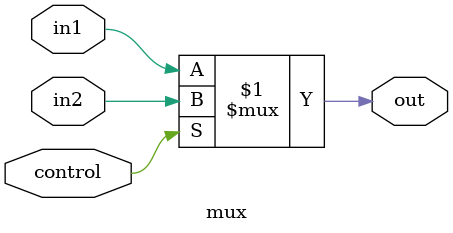
<source format=v>
module mux(in1, in2, control, out);
	input in1;
	input in2;
	input control;
	output out;
	assign out = control ? in2 : in1;
endmodule
</source>
